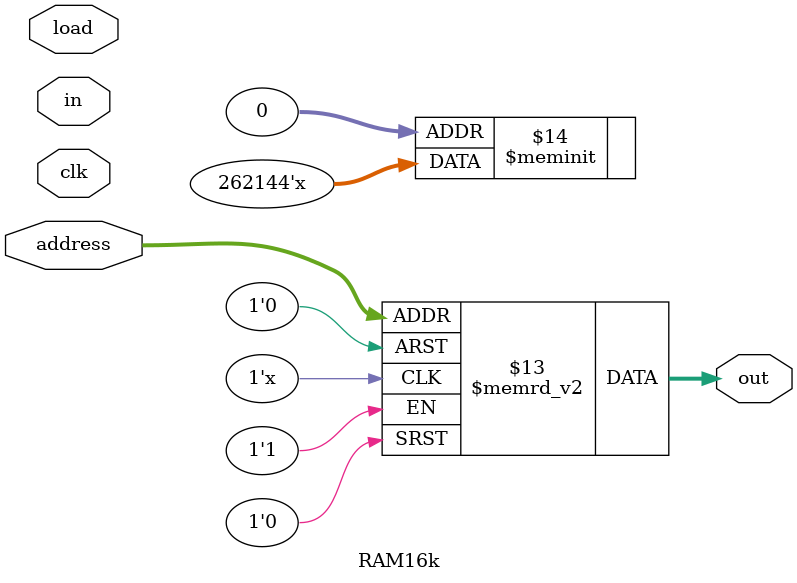
<source format=v>
module RAM16k(
    input  [15:0] in,
    input  [13:0]  address,
    input         load,
    input         clk,
    output reg [15:0] out 
);
    reg [15:0] ram [2**13:0]; // Define 8 registradores de 16 bits cada

    always @ (*) begin
        if (load) begin
            ram[address] <= in; 
        end

        out = ram[address]; 
    end
    
endmodule

</source>
